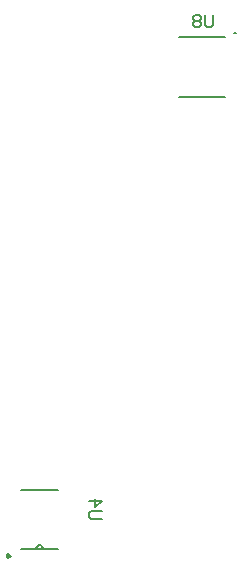
<source format=gbo>
G04*
G04 #@! TF.GenerationSoftware,Altium Limited,Altium Designer,22.6.1 (34)*
G04*
G04 Layer_Color=32896*
%FSLAX25Y25*%
%MOIN*%
G70*
G04*
G04 #@! TF.SameCoordinates,AF77A519-CAE8-4CE4-B455-2A79372E2E6D*
G04*
G04*
G04 #@! TF.FilePolarity,Positive*
G04*
G01*
G75*
%ADD10C,0.00787*%
%ADD12C,0.01000*%
%ADD14C,0.00500*%
%ADD15C,0.00600*%
%ADD16C,0.00700*%
D10*
X298929Y490075D02*
X298142D01*
X298929D01*
D12*
X223370Y315748D02*
X222620Y316181D01*
Y315315D01*
X223370Y315748D01*
D14*
X279953Y468559D02*
X295307D01*
X279953Y488441D02*
X295307D01*
D15*
X234570Y317948D02*
X234219Y318797D01*
X233370Y319148D01*
X232522Y318797D01*
X232170Y317948D01*
X227270Y337548D02*
X239470D01*
X234570Y317948D02*
X239470D01*
X232170D02*
X234570D01*
X227270D02*
X232170D01*
D16*
X291211Y496049D02*
Y492634D01*
X290528Y491951D01*
X289161D01*
X288478Y492634D01*
Y496049D01*
X287112Y495366D02*
X286429Y496049D01*
X285063D01*
X284380Y495366D01*
Y494683D01*
X285063Y494000D01*
X284380Y493317D01*
Y492634D01*
X285063Y491951D01*
X286429D01*
X287112Y492634D01*
Y493317D01*
X286429Y494000D01*
X287112Y494683D01*
Y495366D01*
X286429Y494000D02*
X285063D01*
X254049Y327831D02*
X250634D01*
X249951Y328514D01*
Y329880D01*
X250634Y330563D01*
X254049D01*
X249951Y333979D02*
X254049D01*
X252000Y331930D01*
Y334662D01*
M02*

</source>
